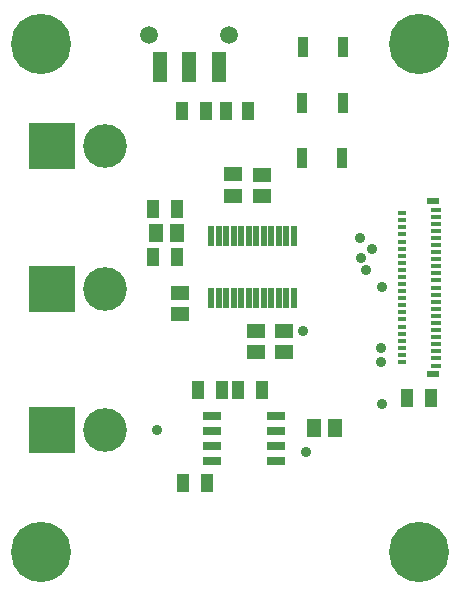
<source format=gts>
G04 Layer_Color=8388736*
%FSLAX24Y24*%
%MOIN*%
G70*
G01*
G75*
%ADD50R,0.0413X0.0197*%
%ADD51R,0.0354X0.0157*%
%ADD52R,0.0295X0.0157*%
%ADD53R,0.0512X0.1024*%
%ADD54R,0.0413X0.0610*%
%ADD55R,0.0472X0.0610*%
%ADD56R,0.0610X0.0472*%
G04:AMPARAMS|DCode=57|XSize=68.5mil|YSize=20.1mil|CornerRadius=4mil|HoleSize=0mil|Usage=FLASHONLY|Rotation=90.000|XOffset=0mil|YOffset=0mil|HoleType=Round|Shape=RoundedRectangle|*
%AMROUNDEDRECTD57*
21,1,0.0685,0.0121,0,0,90.0*
21,1,0.0605,0.0201,0,0,90.0*
1,1,0.0080,0.0061,0.0303*
1,1,0.0080,0.0061,-0.0303*
1,1,0.0080,-0.0061,-0.0303*
1,1,0.0080,-0.0061,0.0303*
%
%ADD57ROUNDEDRECTD57*%
%ADD58R,0.0640X0.0295*%
%ADD59R,0.0354X0.0709*%
%ADD60R,0.0394X0.0591*%
%ADD61C,0.0354*%
%ADD62C,0.1457*%
%ADD63R,0.1522X0.1522*%
%ADD64C,0.0039*%
%ADD65C,0.0591*%
%ADD66C,0.2008*%
D50*
X14237Y12858D02*
D03*
X14237Y7110D02*
D03*
D51*
X14346Y12582D02*
D03*
Y12346D02*
D03*
Y12110D02*
D03*
Y11874D02*
D03*
X14346Y11637D02*
D03*
X14346Y11401D02*
D03*
Y11165D02*
D03*
X14346Y10929D02*
D03*
X14346Y10693D02*
D03*
Y10456D02*
D03*
X14346Y10220D02*
D03*
X14346Y9984D02*
D03*
Y9748D02*
D03*
X14346Y9511D02*
D03*
X14346Y9275D02*
D03*
X14346Y9039D02*
D03*
Y8803D02*
D03*
X14346Y8567D02*
D03*
X14346Y8330D02*
D03*
X14346Y8094D02*
D03*
Y7858D02*
D03*
X14346Y7622D02*
D03*
X14346Y7385D02*
D03*
D52*
X13213Y12464D02*
D03*
Y12228D02*
D03*
Y11992D02*
D03*
Y11756D02*
D03*
Y11519D02*
D03*
Y11283D02*
D03*
Y11047D02*
D03*
Y10811D02*
D03*
Y10574D02*
D03*
Y10338D02*
D03*
Y10102D02*
D03*
Y9866D02*
D03*
Y9630D02*
D03*
Y9393D02*
D03*
Y9157D02*
D03*
Y8921D02*
D03*
Y8685D02*
D03*
Y8448D02*
D03*
Y8212D02*
D03*
Y7976D02*
D03*
Y7740D02*
D03*
Y7504D02*
D03*
D53*
X7103Y17323D02*
D03*
X6119D02*
D03*
X5135D02*
D03*
D54*
X5879Y15856D02*
D03*
X6667D02*
D03*
X5709Y12598D02*
D03*
X4921D02*
D03*
X5709Y11017D02*
D03*
X4921D02*
D03*
X7205Y6575D02*
D03*
X6417D02*
D03*
X7755Y6556D02*
D03*
X8542D02*
D03*
X6702Y3465D02*
D03*
X5914D02*
D03*
X13386Y6299D02*
D03*
X14173D02*
D03*
D55*
X5000Y11819D02*
D03*
X5709D02*
D03*
X10986Y5306D02*
D03*
X10277D02*
D03*
D56*
X5809Y9803D02*
D03*
Y9094D02*
D03*
X7579Y13756D02*
D03*
Y13047D02*
D03*
X9275Y7835D02*
D03*
Y8543D02*
D03*
X8541Y13751D02*
D03*
Y13042D02*
D03*
X8346Y7835D02*
D03*
Y8543D02*
D03*
D57*
X6853Y9635D02*
D03*
X7103D02*
D03*
X7353D02*
D03*
X7603D02*
D03*
X7853D02*
D03*
X8103D02*
D03*
X8353D02*
D03*
X8603D02*
D03*
X8853D02*
D03*
X9103D02*
D03*
X9353D02*
D03*
X9603D02*
D03*
Y11710D02*
D03*
X9353D02*
D03*
X9103D02*
D03*
X8853D02*
D03*
X8603D02*
D03*
X8353D02*
D03*
X8103D02*
D03*
X7853D02*
D03*
X7603D02*
D03*
X7353D02*
D03*
X7103D02*
D03*
X6853D02*
D03*
D58*
X6864Y5711D02*
D03*
Y5211D02*
D03*
Y4711D02*
D03*
Y4211D02*
D03*
X8999D02*
D03*
Y4711D02*
D03*
Y5211D02*
D03*
Y5711D02*
D03*
D59*
X11244Y17992D02*
D03*
X9906D02*
D03*
X11230Y16146D02*
D03*
X9891D02*
D03*
X11227Y14291D02*
D03*
X9889D02*
D03*
D60*
X7341Y15866D02*
D03*
X8089D02*
D03*
D61*
X10011Y4506D02*
D03*
X9921Y8543D02*
D03*
X12008Y10555D02*
D03*
X11857Y10973D02*
D03*
X12205Y11283D02*
D03*
X11828Y11637D02*
D03*
X12559Y10000D02*
D03*
X12520Y7976D02*
D03*
Y7504D02*
D03*
X5049Y5226D02*
D03*
X12559Y6102D02*
D03*
D62*
X3328Y5226D02*
D03*
Y9941D02*
D03*
Y14706D02*
D03*
D63*
X1556Y5226D02*
D03*
Y9941D02*
D03*
Y14706D02*
D03*
D64*
X257Y6919D02*
D03*
Y3534D02*
D03*
Y11634D02*
D03*
Y8249D02*
D03*
Y16399D02*
D03*
Y13013D02*
D03*
D65*
X7457Y18406D02*
D03*
X4780D02*
D03*
D66*
X1181Y18110D02*
D03*
X13780D02*
D03*
Y1181D02*
D03*
X1181D02*
D03*
M02*

</source>
